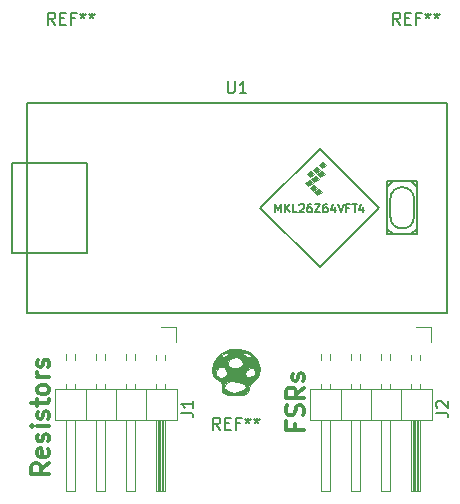
<source format=gbr>
%TF.GenerationSoftware,KiCad,Pcbnew,(5.1.10)-1*%
%TF.CreationDate,2021-05-17T00:39:45-05:00*%
%TF.ProjectId,mario2,6d617269-6f32-42e6-9b69-6361645f7063,rev?*%
%TF.SameCoordinates,Original*%
%TF.FileFunction,Legend,Top*%
%TF.FilePolarity,Positive*%
%FSLAX46Y46*%
G04 Gerber Fmt 4.6, Leading zero omitted, Abs format (unit mm)*
G04 Created by KiCad (PCBNEW (5.1.10)-1) date 2021-05-17 00:39:45*
%MOMM*%
%LPD*%
G01*
G04 APERTURE LIST*
%ADD10C,0.300000*%
%ADD11C,0.150000*%
%ADD12C,0.100000*%
%ADD13C,0.010000*%
%ADD14C,0.120000*%
G04 APERTURE END LIST*
D10*
X111652857Y-95837142D02*
X111652857Y-96337142D01*
X112438571Y-96337142D02*
X110938571Y-96337142D01*
X110938571Y-95622857D01*
X112367142Y-95122857D02*
X112438571Y-94908571D01*
X112438571Y-94551428D01*
X112367142Y-94408571D01*
X112295714Y-94337142D01*
X112152857Y-94265714D01*
X112010000Y-94265714D01*
X111867142Y-94337142D01*
X111795714Y-94408571D01*
X111724285Y-94551428D01*
X111652857Y-94837142D01*
X111581428Y-94980000D01*
X111510000Y-95051428D01*
X111367142Y-95122857D01*
X111224285Y-95122857D01*
X111081428Y-95051428D01*
X111010000Y-94980000D01*
X110938571Y-94837142D01*
X110938571Y-94480000D01*
X111010000Y-94265714D01*
X112438571Y-92765714D02*
X111724285Y-93265714D01*
X112438571Y-93622857D02*
X110938571Y-93622857D01*
X110938571Y-93051428D01*
X111010000Y-92908571D01*
X111081428Y-92837142D01*
X111224285Y-92765714D01*
X111438571Y-92765714D01*
X111581428Y-92837142D01*
X111652857Y-92908571D01*
X111724285Y-93051428D01*
X111724285Y-93622857D01*
X112367142Y-92194285D02*
X112438571Y-92051428D01*
X112438571Y-91765714D01*
X112367142Y-91622857D01*
X112224285Y-91551428D01*
X112152857Y-91551428D01*
X112010000Y-91622857D01*
X111938571Y-91765714D01*
X111938571Y-91980000D01*
X111867142Y-92122857D01*
X111724285Y-92194285D01*
X111652857Y-92194285D01*
X111510000Y-92122857D01*
X111438571Y-91980000D01*
X111438571Y-91765714D01*
X111510000Y-91622857D01*
X90848571Y-99178571D02*
X90134285Y-99678571D01*
X90848571Y-100035714D02*
X89348571Y-100035714D01*
X89348571Y-99464285D01*
X89420000Y-99321428D01*
X89491428Y-99250000D01*
X89634285Y-99178571D01*
X89848571Y-99178571D01*
X89991428Y-99250000D01*
X90062857Y-99321428D01*
X90134285Y-99464285D01*
X90134285Y-100035714D01*
X90777142Y-97964285D02*
X90848571Y-98107142D01*
X90848571Y-98392857D01*
X90777142Y-98535714D01*
X90634285Y-98607142D01*
X90062857Y-98607142D01*
X89920000Y-98535714D01*
X89848571Y-98392857D01*
X89848571Y-98107142D01*
X89920000Y-97964285D01*
X90062857Y-97892857D01*
X90205714Y-97892857D01*
X90348571Y-98607142D01*
X90777142Y-97321428D02*
X90848571Y-97178571D01*
X90848571Y-96892857D01*
X90777142Y-96750000D01*
X90634285Y-96678571D01*
X90562857Y-96678571D01*
X90420000Y-96750000D01*
X90348571Y-96892857D01*
X90348571Y-97107142D01*
X90277142Y-97250000D01*
X90134285Y-97321428D01*
X90062857Y-97321428D01*
X89920000Y-97250000D01*
X89848571Y-97107142D01*
X89848571Y-96892857D01*
X89920000Y-96750000D01*
X90848571Y-96035714D02*
X89848571Y-96035714D01*
X89348571Y-96035714D02*
X89420000Y-96107142D01*
X89491428Y-96035714D01*
X89420000Y-95964285D01*
X89348571Y-96035714D01*
X89491428Y-96035714D01*
X90777142Y-95392857D02*
X90848571Y-95250000D01*
X90848571Y-94964285D01*
X90777142Y-94821428D01*
X90634285Y-94750000D01*
X90562857Y-94750000D01*
X90420000Y-94821428D01*
X90348571Y-94964285D01*
X90348571Y-95178571D01*
X90277142Y-95321428D01*
X90134285Y-95392857D01*
X90062857Y-95392857D01*
X89920000Y-95321428D01*
X89848571Y-95178571D01*
X89848571Y-94964285D01*
X89920000Y-94821428D01*
X89848571Y-94321428D02*
X89848571Y-93750000D01*
X89348571Y-94107142D02*
X90634285Y-94107142D01*
X90777142Y-94035714D01*
X90848571Y-93892857D01*
X90848571Y-93750000D01*
X90848571Y-93035714D02*
X90777142Y-93178571D01*
X90705714Y-93250000D01*
X90562857Y-93321428D01*
X90134285Y-93321428D01*
X89991428Y-93250000D01*
X89920000Y-93178571D01*
X89848571Y-93035714D01*
X89848571Y-92821428D01*
X89920000Y-92678571D01*
X89991428Y-92607142D01*
X90134285Y-92535714D01*
X90562857Y-92535714D01*
X90705714Y-92607142D01*
X90777142Y-92678571D01*
X90848571Y-92821428D01*
X90848571Y-93035714D01*
X90848571Y-91892857D02*
X89848571Y-91892857D01*
X90134285Y-91892857D02*
X89991428Y-91821428D01*
X89920000Y-91750000D01*
X89848571Y-91607142D01*
X89848571Y-91464285D01*
X90777142Y-91035714D02*
X90848571Y-90892857D01*
X90848571Y-90607142D01*
X90777142Y-90464285D01*
X90634285Y-90392857D01*
X90562857Y-90392857D01*
X90420000Y-90464285D01*
X90348571Y-90607142D01*
X90348571Y-90821428D01*
X90277142Y-90964285D01*
X90134285Y-91035714D01*
X90062857Y-91035714D01*
X89920000Y-90964285D01*
X89848571Y-90821428D01*
X89848571Y-90607142D01*
X89920000Y-90464285D01*
D11*
%TO.C,U1*%
X120005001Y-79795001D02*
X119505001Y-79295001D01*
X119455001Y-79795001D02*
X120005001Y-79795001D01*
X122005001Y-79295001D02*
X121505001Y-79795001D01*
X119505001Y-75795001D02*
X120005001Y-75295001D01*
X121505001Y-75295001D02*
X120005001Y-75295001D01*
X122005001Y-75795001D02*
X121505001Y-75295001D01*
X121755001Y-78295001D02*
X121755001Y-76795001D01*
X119755001Y-76795001D02*
X119755001Y-78295001D01*
X113755001Y-82545001D02*
X118755001Y-77545001D01*
X108755001Y-77545001D02*
X113755001Y-82545001D01*
X113755001Y-72545001D02*
X108755001Y-77545001D01*
X118755001Y-77545001D02*
X113755001Y-72545001D01*
X88975001Y-81355001D02*
X87705001Y-81355001D01*
X87705001Y-81355001D02*
X87705001Y-73735001D01*
X87705001Y-73735001D02*
X88975001Y-73735001D01*
X94055001Y-81355001D02*
X94055001Y-73735001D01*
X94055001Y-73735001D02*
X88975001Y-73735001D01*
X94055001Y-81355001D02*
X88975001Y-81355001D01*
X122005001Y-75295001D02*
X121995001Y-79795001D01*
X121995001Y-79795001D02*
X119455001Y-79795001D01*
X119455001Y-79795001D02*
X119455001Y-75295001D01*
X119455001Y-75295001D02*
X121995001Y-75295001D01*
X88975001Y-68655001D02*
X124535001Y-68655001D01*
X124535001Y-68655001D02*
X124535001Y-86435001D01*
X124535001Y-86435001D02*
X88975001Y-86435001D01*
X88975001Y-86435001D02*
X88975001Y-68655001D01*
D12*
G36*
X112942001Y-74966001D02*
G01*
X112688001Y-74712001D01*
X113069001Y-74458001D01*
X113323001Y-74712001D01*
X112942001Y-74966001D01*
G37*
X112942001Y-74966001D02*
X112688001Y-74712001D01*
X113069001Y-74458001D01*
X113323001Y-74712001D01*
X112942001Y-74966001D01*
G36*
X113323001Y-75347001D02*
G01*
X113069001Y-75093001D01*
X113450001Y-74839001D01*
X113704001Y-75093001D01*
X113323001Y-75347001D01*
G37*
X113323001Y-75347001D02*
X113069001Y-75093001D01*
X113450001Y-74839001D01*
X113704001Y-75093001D01*
X113323001Y-75347001D01*
G36*
X113958001Y-74204001D02*
G01*
X113704001Y-73950001D01*
X114085001Y-73696001D01*
X114339001Y-73950001D01*
X113958001Y-74204001D01*
G37*
X113958001Y-74204001D02*
X113704001Y-73950001D01*
X114085001Y-73696001D01*
X114339001Y-73950001D01*
X113958001Y-74204001D01*
G36*
X113196001Y-76109001D02*
G01*
X112942001Y-75855001D01*
X113323001Y-75601001D01*
X113577001Y-75855001D01*
X113196001Y-76109001D01*
G37*
X113196001Y-76109001D02*
X112942001Y-75855001D01*
X113323001Y-75601001D01*
X113577001Y-75855001D01*
X113196001Y-76109001D01*
G36*
X113450001Y-74585001D02*
G01*
X113196001Y-74331001D01*
X113577001Y-74077001D01*
X113831001Y-74331001D01*
X113450001Y-74585001D01*
G37*
X113450001Y-74585001D02*
X113196001Y-74331001D01*
X113577001Y-74077001D01*
X113831001Y-74331001D01*
X113450001Y-74585001D01*
G36*
X113577001Y-76490001D02*
G01*
X113323001Y-76236001D01*
X113704001Y-75982001D01*
X113958001Y-76236001D01*
X113577001Y-76490001D01*
G37*
X113577001Y-76490001D02*
X113323001Y-76236001D01*
X113704001Y-75982001D01*
X113958001Y-76236001D01*
X113577001Y-76490001D01*
G36*
X112815001Y-75728001D02*
G01*
X112561001Y-75474001D01*
X112942001Y-75220001D01*
X113196001Y-75474001D01*
X112815001Y-75728001D01*
G37*
X112815001Y-75728001D02*
X112561001Y-75474001D01*
X112942001Y-75220001D01*
X113196001Y-75474001D01*
X112815001Y-75728001D01*
G36*
X113831001Y-74966001D02*
G01*
X113577001Y-74712001D01*
X113958001Y-74458001D01*
X114212001Y-74712001D01*
X113831001Y-74966001D01*
G37*
X113831001Y-74966001D02*
X113577001Y-74712001D01*
X113958001Y-74458001D01*
X114212001Y-74712001D01*
X113831001Y-74966001D01*
D11*
X121755001Y-78295001D02*
G75*
G02*
X119755001Y-78295001I-1000000J0D01*
G01*
X119755001Y-76795001D02*
G75*
G02*
X121755001Y-76795001I1000000J0D01*
G01*
D13*
%TO.C,G\u002A\u002A\u002A*%
G36*
X107855196Y-89768012D02*
G01*
X108450644Y-90329644D01*
X108709505Y-91120263D01*
X108712000Y-91212620D01*
X108558599Y-91884606D01*
X108267500Y-92146684D01*
X107898217Y-92524265D01*
X107823000Y-92837000D01*
X107730106Y-93171315D01*
X107366636Y-93346808D01*
X106741176Y-93423218D01*
X105965250Y-93414780D01*
X105575199Y-93228335D01*
X105512168Y-93117881D01*
X105476516Y-92784542D01*
X105707833Y-92784542D01*
X105969675Y-93066079D01*
X106548403Y-93179309D01*
X106767337Y-93168815D01*
X107382319Y-92997534D01*
X107569000Y-92710000D01*
X107354207Y-92420962D01*
X106853405Y-92250973D01*
X106281959Y-92237298D01*
X105858388Y-92414011D01*
X105707833Y-92784542D01*
X105476516Y-92784542D01*
X105461557Y-92644690D01*
X105511635Y-92497040D01*
X105428272Y-92255934D01*
X105153143Y-92127656D01*
X104739019Y-91804628D01*
X104642296Y-91319584D01*
X104991527Y-91319584D01*
X105015321Y-91671868D01*
X105363876Y-91923618D01*
X105745400Y-91881465D01*
X105918000Y-91581990D01*
X105896775Y-91526566D01*
X107485911Y-91526566D01*
X107538344Y-91880650D01*
X107863433Y-91904088D01*
X108254595Y-91657414D01*
X108331000Y-91436521D01*
X108172447Y-91113005D01*
X107838907Y-91094482D01*
X107543559Y-91358238D01*
X107485911Y-91526566D01*
X105896775Y-91526566D01*
X105748768Y-91140092D01*
X105641868Y-91045321D01*
X105261468Y-91033855D01*
X104991527Y-91319584D01*
X104642296Y-91319584D01*
X104625707Y-91236396D01*
X104747544Y-90780500D01*
X105988935Y-90780500D01*
X106040298Y-90924393D01*
X106399410Y-91134090D01*
X106884721Y-91099900D01*
X107251872Y-90868388D01*
X107315000Y-90681478D01*
X107110638Y-90338720D01*
X106656796Y-90196371D01*
X106192336Y-90314898D01*
X106116351Y-90378048D01*
X105988935Y-90780500D01*
X104747544Y-90780500D01*
X104801577Y-90578317D01*
X105225700Y-90024051D01*
X105446670Y-90024051D01*
X105506562Y-90156588D01*
X105649009Y-90170000D01*
X105993438Y-89985524D01*
X106043201Y-89918909D01*
X106009898Y-89801332D01*
X107293609Y-89801332D01*
X107316798Y-89918909D01*
X107588467Y-90129466D01*
X107879602Y-90164801D01*
X107950000Y-90070175D01*
X107750761Y-89907045D01*
X107555807Y-89819084D01*
X107293609Y-89801332D01*
X106009898Y-89801332D01*
X106002318Y-89774572D01*
X105804192Y-89819084D01*
X105446670Y-90024051D01*
X105225700Y-90024051D01*
X105255009Y-89985749D01*
X105317254Y-89934435D01*
X106161710Y-89522668D01*
X107049955Y-89483107D01*
X107855196Y-89768012D01*
G37*
X107855196Y-89768012D02*
X108450644Y-90329644D01*
X108709505Y-91120263D01*
X108712000Y-91212620D01*
X108558599Y-91884606D01*
X108267500Y-92146684D01*
X107898217Y-92524265D01*
X107823000Y-92837000D01*
X107730106Y-93171315D01*
X107366636Y-93346808D01*
X106741176Y-93423218D01*
X105965250Y-93414780D01*
X105575199Y-93228335D01*
X105512168Y-93117881D01*
X105476516Y-92784542D01*
X105707833Y-92784542D01*
X105969675Y-93066079D01*
X106548403Y-93179309D01*
X106767337Y-93168815D01*
X107382319Y-92997534D01*
X107569000Y-92710000D01*
X107354207Y-92420962D01*
X106853405Y-92250973D01*
X106281959Y-92237298D01*
X105858388Y-92414011D01*
X105707833Y-92784542D01*
X105476516Y-92784542D01*
X105461557Y-92644690D01*
X105511635Y-92497040D01*
X105428272Y-92255934D01*
X105153143Y-92127656D01*
X104739019Y-91804628D01*
X104642296Y-91319584D01*
X104991527Y-91319584D01*
X105015321Y-91671868D01*
X105363876Y-91923618D01*
X105745400Y-91881465D01*
X105918000Y-91581990D01*
X105896775Y-91526566D01*
X107485911Y-91526566D01*
X107538344Y-91880650D01*
X107863433Y-91904088D01*
X108254595Y-91657414D01*
X108331000Y-91436521D01*
X108172447Y-91113005D01*
X107838907Y-91094482D01*
X107543559Y-91358238D01*
X107485911Y-91526566D01*
X105896775Y-91526566D01*
X105748768Y-91140092D01*
X105641868Y-91045321D01*
X105261468Y-91033855D01*
X104991527Y-91319584D01*
X104642296Y-91319584D01*
X104625707Y-91236396D01*
X104747544Y-90780500D01*
X105988935Y-90780500D01*
X106040298Y-90924393D01*
X106399410Y-91134090D01*
X106884721Y-91099900D01*
X107251872Y-90868388D01*
X107315000Y-90681478D01*
X107110638Y-90338720D01*
X106656796Y-90196371D01*
X106192336Y-90314898D01*
X106116351Y-90378048D01*
X105988935Y-90780500D01*
X104747544Y-90780500D01*
X104801577Y-90578317D01*
X105225700Y-90024051D01*
X105446670Y-90024051D01*
X105506562Y-90156588D01*
X105649009Y-90170000D01*
X105993438Y-89985524D01*
X106043201Y-89918909D01*
X106009898Y-89801332D01*
X107293609Y-89801332D01*
X107316798Y-89918909D01*
X107588467Y-90129466D01*
X107879602Y-90164801D01*
X107950000Y-90070175D01*
X107750761Y-89907045D01*
X107555807Y-89819084D01*
X107293609Y-89801332D01*
X106009898Y-89801332D01*
X106002318Y-89774572D01*
X105804192Y-89819084D01*
X105446670Y-90024051D01*
X105225700Y-90024051D01*
X105255009Y-89985749D01*
X105317254Y-89934435D01*
X106161710Y-89522668D01*
X107049955Y-89483107D01*
X107855196Y-89768012D01*
D14*
%TO.C,J1*%
X101660000Y-92880000D02*
X91380000Y-92880000D01*
X91380000Y-92880000D02*
X91380000Y-95540000D01*
X91380000Y-95540000D02*
X101660000Y-95540000D01*
X101660000Y-95540000D02*
X101660000Y-92880000D01*
X100710000Y-95540000D02*
X100710000Y-101540000D01*
X100710000Y-101540000D02*
X99950000Y-101540000D01*
X99950000Y-101540000D02*
X99950000Y-95540000D01*
X100650000Y-95540000D02*
X100650000Y-101540000D01*
X100530000Y-95540000D02*
X100530000Y-101540000D01*
X100410000Y-95540000D02*
X100410000Y-101540000D01*
X100290000Y-95540000D02*
X100290000Y-101540000D01*
X100170000Y-95540000D02*
X100170000Y-101540000D01*
X100050000Y-95540000D02*
X100050000Y-101540000D01*
X100710000Y-92482929D02*
X100710000Y-92880000D01*
X99950000Y-92482929D02*
X99950000Y-92880000D01*
X100710000Y-90010000D02*
X100710000Y-90397071D01*
X99950000Y-90010000D02*
X99950000Y-90397071D01*
X99060000Y-92880000D02*
X99060000Y-95540000D01*
X98170000Y-95540000D02*
X98170000Y-101540000D01*
X98170000Y-101540000D02*
X97410000Y-101540000D01*
X97410000Y-101540000D02*
X97410000Y-95540000D01*
X98170000Y-92482929D02*
X98170000Y-92880000D01*
X97410000Y-92482929D02*
X97410000Y-92880000D01*
X98170000Y-89942929D02*
X98170000Y-90397071D01*
X97410000Y-89942929D02*
X97410000Y-90397071D01*
X96520000Y-92880000D02*
X96520000Y-95540000D01*
X95630000Y-95540000D02*
X95630000Y-101540000D01*
X95630000Y-101540000D02*
X94870000Y-101540000D01*
X94870000Y-101540000D02*
X94870000Y-95540000D01*
X95630000Y-92482929D02*
X95630000Y-92880000D01*
X94870000Y-92482929D02*
X94870000Y-92880000D01*
X95630000Y-89942929D02*
X95630000Y-90397071D01*
X94870000Y-89942929D02*
X94870000Y-90397071D01*
X93980000Y-92880000D02*
X93980000Y-95540000D01*
X93090000Y-95540000D02*
X93090000Y-101540000D01*
X93090000Y-101540000D02*
X92330000Y-101540000D01*
X92330000Y-101540000D02*
X92330000Y-95540000D01*
X93090000Y-92482929D02*
X93090000Y-92880000D01*
X92330000Y-92482929D02*
X92330000Y-92880000D01*
X93090000Y-89942929D02*
X93090000Y-90397071D01*
X92330000Y-89942929D02*
X92330000Y-90397071D01*
X100330000Y-87630000D02*
X101600000Y-87630000D01*
X101600000Y-87630000D02*
X101600000Y-88900000D01*
%TO.C,J2*%
X123190000Y-87630000D02*
X123190000Y-88900000D01*
X121920000Y-87630000D02*
X123190000Y-87630000D01*
X113920000Y-89942929D02*
X113920000Y-90397071D01*
X114680000Y-89942929D02*
X114680000Y-90397071D01*
X113920000Y-92482929D02*
X113920000Y-92880000D01*
X114680000Y-92482929D02*
X114680000Y-92880000D01*
X113920000Y-101540000D02*
X113920000Y-95540000D01*
X114680000Y-101540000D02*
X113920000Y-101540000D01*
X114680000Y-95540000D02*
X114680000Y-101540000D01*
X115570000Y-92880000D02*
X115570000Y-95540000D01*
X116460000Y-89942929D02*
X116460000Y-90397071D01*
X117220000Y-89942929D02*
X117220000Y-90397071D01*
X116460000Y-92482929D02*
X116460000Y-92880000D01*
X117220000Y-92482929D02*
X117220000Y-92880000D01*
X116460000Y-101540000D02*
X116460000Y-95540000D01*
X117220000Y-101540000D02*
X116460000Y-101540000D01*
X117220000Y-95540000D02*
X117220000Y-101540000D01*
X118110000Y-92880000D02*
X118110000Y-95540000D01*
X119000000Y-89942929D02*
X119000000Y-90397071D01*
X119760000Y-89942929D02*
X119760000Y-90397071D01*
X119000000Y-92482929D02*
X119000000Y-92880000D01*
X119760000Y-92482929D02*
X119760000Y-92880000D01*
X119000000Y-101540000D02*
X119000000Y-95540000D01*
X119760000Y-101540000D02*
X119000000Y-101540000D01*
X119760000Y-95540000D02*
X119760000Y-101540000D01*
X120650000Y-92880000D02*
X120650000Y-95540000D01*
X121540000Y-90010000D02*
X121540000Y-90397071D01*
X122300000Y-90010000D02*
X122300000Y-90397071D01*
X121540000Y-92482929D02*
X121540000Y-92880000D01*
X122300000Y-92482929D02*
X122300000Y-92880000D01*
X121640000Y-95540000D02*
X121640000Y-101540000D01*
X121760000Y-95540000D02*
X121760000Y-101540000D01*
X121880000Y-95540000D02*
X121880000Y-101540000D01*
X122000000Y-95540000D02*
X122000000Y-101540000D01*
X122120000Y-95540000D02*
X122120000Y-101540000D01*
X122240000Y-95540000D02*
X122240000Y-101540000D01*
X121540000Y-101540000D02*
X121540000Y-95540000D01*
X122300000Y-101540000D02*
X121540000Y-101540000D01*
X122300000Y-95540000D02*
X122300000Y-101540000D01*
X123250000Y-95540000D02*
X123250000Y-92880000D01*
X112970000Y-95540000D02*
X123250000Y-95540000D01*
X112970000Y-92880000D02*
X112970000Y-95540000D01*
X123250000Y-92880000D02*
X112970000Y-92880000D01*
%TO.C,U1*%
D11*
X105993096Y-66837381D02*
X105993096Y-67646905D01*
X106040715Y-67742143D01*
X106088334Y-67789762D01*
X106183572Y-67837381D01*
X106374048Y-67837381D01*
X106469286Y-67789762D01*
X106516905Y-67742143D01*
X106564524Y-67646905D01*
X106564524Y-66837381D01*
X107564524Y-67837381D02*
X106993096Y-67837381D01*
X107278810Y-67837381D02*
X107278810Y-66837381D01*
X107183572Y-66980239D01*
X107088334Y-67075477D01*
X106993096Y-67123096D01*
X110021667Y-77921667D02*
X110021667Y-77221667D01*
X110255001Y-77721667D01*
X110488334Y-77221667D01*
X110488334Y-77921667D01*
X110821667Y-77921667D02*
X110821667Y-77221667D01*
X111221667Y-77921667D02*
X110921667Y-77521667D01*
X111221667Y-77221667D02*
X110821667Y-77621667D01*
X111855001Y-77921667D02*
X111521667Y-77921667D01*
X111521667Y-77221667D01*
X112055001Y-77288334D02*
X112088334Y-77255001D01*
X112155001Y-77221667D01*
X112321667Y-77221667D01*
X112388334Y-77255001D01*
X112421667Y-77288334D01*
X112455001Y-77355001D01*
X112455001Y-77421667D01*
X112421667Y-77521667D01*
X112021667Y-77921667D01*
X112455001Y-77921667D01*
X113055001Y-77221667D02*
X112921667Y-77221667D01*
X112855001Y-77255001D01*
X112821667Y-77288334D01*
X112755001Y-77388334D01*
X112721667Y-77521667D01*
X112721667Y-77788334D01*
X112755001Y-77855001D01*
X112788334Y-77888334D01*
X112855001Y-77921667D01*
X112988334Y-77921667D01*
X113055001Y-77888334D01*
X113088334Y-77855001D01*
X113121667Y-77788334D01*
X113121667Y-77621667D01*
X113088334Y-77555001D01*
X113055001Y-77521667D01*
X112988334Y-77488334D01*
X112855001Y-77488334D01*
X112788334Y-77521667D01*
X112755001Y-77555001D01*
X112721667Y-77621667D01*
X113355001Y-77221667D02*
X113821667Y-77221667D01*
X113355001Y-77921667D01*
X113821667Y-77921667D01*
X114388334Y-77221667D02*
X114255001Y-77221667D01*
X114188334Y-77255001D01*
X114155001Y-77288334D01*
X114088334Y-77388334D01*
X114055001Y-77521667D01*
X114055001Y-77788334D01*
X114088334Y-77855001D01*
X114121667Y-77888334D01*
X114188334Y-77921667D01*
X114321667Y-77921667D01*
X114388334Y-77888334D01*
X114421667Y-77855001D01*
X114455001Y-77788334D01*
X114455001Y-77621667D01*
X114421667Y-77555001D01*
X114388334Y-77521667D01*
X114321667Y-77488334D01*
X114188334Y-77488334D01*
X114121667Y-77521667D01*
X114088334Y-77555001D01*
X114055001Y-77621667D01*
X115055001Y-77455001D02*
X115055001Y-77921667D01*
X114888334Y-77188334D02*
X114721667Y-77688334D01*
X115155001Y-77688334D01*
X115321667Y-77221667D02*
X115555001Y-77921667D01*
X115788334Y-77221667D01*
X116255001Y-77555001D02*
X116021667Y-77555001D01*
X116021667Y-77921667D02*
X116021667Y-77221667D01*
X116355001Y-77221667D01*
X116521667Y-77221667D02*
X116921667Y-77221667D01*
X116721667Y-77921667D02*
X116721667Y-77221667D01*
X117455001Y-77455001D02*
X117455001Y-77921667D01*
X117288334Y-77188334D02*
X117121667Y-77688334D01*
X117555001Y-77688334D01*
%TO.C,REF\u002A\u002A*%
X105346666Y-96312380D02*
X105013333Y-95836190D01*
X104775238Y-96312380D02*
X104775238Y-95312380D01*
X105156190Y-95312380D01*
X105251428Y-95360000D01*
X105299047Y-95407619D01*
X105346666Y-95502857D01*
X105346666Y-95645714D01*
X105299047Y-95740952D01*
X105251428Y-95788571D01*
X105156190Y-95836190D01*
X104775238Y-95836190D01*
X105775238Y-95788571D02*
X106108571Y-95788571D01*
X106251428Y-96312380D02*
X105775238Y-96312380D01*
X105775238Y-95312380D01*
X106251428Y-95312380D01*
X107013333Y-95788571D02*
X106680000Y-95788571D01*
X106680000Y-96312380D02*
X106680000Y-95312380D01*
X107156190Y-95312380D01*
X107680000Y-95312380D02*
X107680000Y-95550476D01*
X107441904Y-95455238D02*
X107680000Y-95550476D01*
X107918095Y-95455238D01*
X107537142Y-95740952D02*
X107680000Y-95550476D01*
X107822857Y-95740952D01*
X108441904Y-95312380D02*
X108441904Y-95550476D01*
X108203809Y-95455238D02*
X108441904Y-95550476D01*
X108680000Y-95455238D01*
X108299047Y-95740952D02*
X108441904Y-95550476D01*
X108584761Y-95740952D01*
X120586666Y-62022380D02*
X120253333Y-61546190D01*
X120015238Y-62022380D02*
X120015238Y-61022380D01*
X120396190Y-61022380D01*
X120491428Y-61070000D01*
X120539047Y-61117619D01*
X120586666Y-61212857D01*
X120586666Y-61355714D01*
X120539047Y-61450952D01*
X120491428Y-61498571D01*
X120396190Y-61546190D01*
X120015238Y-61546190D01*
X121015238Y-61498571D02*
X121348571Y-61498571D01*
X121491428Y-62022380D02*
X121015238Y-62022380D01*
X121015238Y-61022380D01*
X121491428Y-61022380D01*
X122253333Y-61498571D02*
X121920000Y-61498571D01*
X121920000Y-62022380D02*
X121920000Y-61022380D01*
X122396190Y-61022380D01*
X122920000Y-61022380D02*
X122920000Y-61260476D01*
X122681904Y-61165238D02*
X122920000Y-61260476D01*
X123158095Y-61165238D01*
X122777142Y-61450952D02*
X122920000Y-61260476D01*
X123062857Y-61450952D01*
X123681904Y-61022380D02*
X123681904Y-61260476D01*
X123443809Y-61165238D02*
X123681904Y-61260476D01*
X123920000Y-61165238D01*
X123539047Y-61450952D02*
X123681904Y-61260476D01*
X123824761Y-61450952D01*
X91376666Y-62022380D02*
X91043333Y-61546190D01*
X90805238Y-62022380D02*
X90805238Y-61022380D01*
X91186190Y-61022380D01*
X91281428Y-61070000D01*
X91329047Y-61117619D01*
X91376666Y-61212857D01*
X91376666Y-61355714D01*
X91329047Y-61450952D01*
X91281428Y-61498571D01*
X91186190Y-61546190D01*
X90805238Y-61546190D01*
X91805238Y-61498571D02*
X92138571Y-61498571D01*
X92281428Y-62022380D02*
X91805238Y-62022380D01*
X91805238Y-61022380D01*
X92281428Y-61022380D01*
X93043333Y-61498571D02*
X92710000Y-61498571D01*
X92710000Y-62022380D02*
X92710000Y-61022380D01*
X93186190Y-61022380D01*
X93710000Y-61022380D02*
X93710000Y-61260476D01*
X93471904Y-61165238D02*
X93710000Y-61260476D01*
X93948095Y-61165238D01*
X93567142Y-61450952D02*
X93710000Y-61260476D01*
X93852857Y-61450952D01*
X94471904Y-61022380D02*
X94471904Y-61260476D01*
X94233809Y-61165238D02*
X94471904Y-61260476D01*
X94710000Y-61165238D01*
X94329047Y-61450952D02*
X94471904Y-61260476D01*
X94614761Y-61450952D01*
%TO.C,J1*%
X102052380Y-94888333D02*
X102766666Y-94888333D01*
X102909523Y-94935952D01*
X103004761Y-95031190D01*
X103052380Y-95174047D01*
X103052380Y-95269285D01*
X103052380Y-93888333D02*
X103052380Y-94459761D01*
X103052380Y-94174047D02*
X102052380Y-94174047D01*
X102195238Y-94269285D01*
X102290476Y-94364523D01*
X102338095Y-94459761D01*
%TO.C,J2*%
X123642380Y-94888333D02*
X124356666Y-94888333D01*
X124499523Y-94935952D01*
X124594761Y-95031190D01*
X124642380Y-95174047D01*
X124642380Y-95269285D01*
X123737619Y-94459761D02*
X123690000Y-94412142D01*
X123642380Y-94316904D01*
X123642380Y-94078809D01*
X123690000Y-93983571D01*
X123737619Y-93935952D01*
X123832857Y-93888333D01*
X123928095Y-93888333D01*
X124070952Y-93935952D01*
X124642380Y-94507380D01*
X124642380Y-93888333D01*
%TD*%
M02*

</source>
